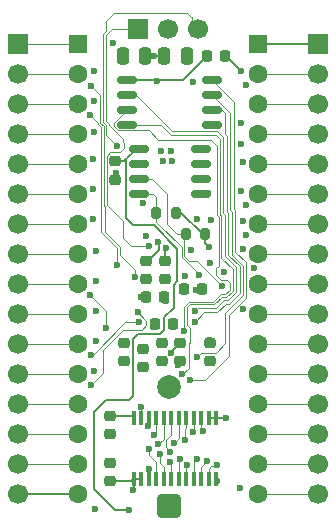
<source format=gbr>
%TF.GenerationSoftware,KiCad,Pcbnew,9.0.2-9.0.2-0~ubuntu22.04.1*%
%TF.CreationDate,2025-06-23T10:34:33-07:00*%
%TF.ProjectId,ds1486,64733134-3836-42e6-9b69-6361645f7063,rev?*%
%TF.SameCoordinates,Original*%
%TF.FileFunction,Copper,L4,Bot*%
%TF.FilePolarity,Positive*%
%FSLAX46Y46*%
G04 Gerber Fmt 4.6, Leading zero omitted, Abs format (unit mm)*
G04 Created by KiCad (PCBNEW 9.0.2-9.0.2-0~ubuntu22.04.1) date 2025-06-23 10:34:33*
%MOMM*%
%LPD*%
G01*
G04 APERTURE LIST*
G04 Aperture macros list*
%AMRoundRect*
0 Rectangle with rounded corners*
0 $1 Rounding radius*
0 $2 $3 $4 $5 $6 $7 $8 $9 X,Y pos of 4 corners*
0 Add a 4 corners polygon primitive as box body*
4,1,4,$2,$3,$4,$5,$6,$7,$8,$9,$2,$3,0*
0 Add four circle primitives for the rounded corners*
1,1,$1+$1,$2,$3*
1,1,$1+$1,$4,$5*
1,1,$1+$1,$6,$7*
1,1,$1+$1,$8,$9*
0 Add four rect primitives between the rounded corners*
20,1,$1+$1,$2,$3,$4,$5,0*
20,1,$1+$1,$4,$5,$6,$7,0*
20,1,$1+$1,$6,$7,$8,$9,0*
20,1,$1+$1,$8,$9,$2,$3,0*%
G04 Aperture macros list end*
%TA.AperFunction,SMDPad,CuDef*%
%ADD10RoundRect,0.225000X-0.250000X0.225000X-0.250000X-0.225000X0.250000X-0.225000X0.250000X0.225000X0*%
%TD*%
%TA.AperFunction,ComponentPad*%
%ADD11R,1.600000X1.600000*%
%TD*%
%TA.AperFunction,ComponentPad*%
%ADD12C,1.600000*%
%TD*%
%TA.AperFunction,ComponentPad*%
%ADD13R,1.700000X1.700000*%
%TD*%
%TA.AperFunction,ComponentPad*%
%ADD14C,1.700000*%
%TD*%
%TA.AperFunction,ComponentPad*%
%ADD15RoundRect,0.300000X-0.700000X-0.700000X0.700000X-0.700000X0.700000X0.700000X-0.700000X0.700000X0*%
%TD*%
%TA.AperFunction,ComponentPad*%
%ADD16C,2.000000*%
%TD*%
%TA.AperFunction,SMDPad,CuDef*%
%ADD17RoundRect,0.200000X-0.200000X-0.275000X0.200000X-0.275000X0.200000X0.275000X-0.200000X0.275000X0*%
%TD*%
%TA.AperFunction,SMDPad,CuDef*%
%ADD18RoundRect,0.225000X-0.225000X-0.250000X0.225000X-0.250000X0.225000X0.250000X-0.225000X0.250000X0*%
%TD*%
%TA.AperFunction,SMDPad,CuDef*%
%ADD19RoundRect,0.150000X0.675000X0.150000X-0.675000X0.150000X-0.675000X-0.150000X0.675000X-0.150000X0*%
%TD*%
%TA.AperFunction,SMDPad,CuDef*%
%ADD20RoundRect,0.250000X0.250000X0.475000X-0.250000X0.475000X-0.250000X-0.475000X0.250000X-0.475000X0*%
%TD*%
%TA.AperFunction,SMDPad,CuDef*%
%ADD21RoundRect,0.250000X-0.250000X-0.475000X0.250000X-0.475000X0.250000X0.475000X-0.250000X0.475000X0*%
%TD*%
%TA.AperFunction,SMDPad,CuDef*%
%ADD22RoundRect,0.225000X0.250000X-0.225000X0.250000X0.225000X-0.250000X0.225000X-0.250000X-0.225000X0*%
%TD*%
%TA.AperFunction,SMDPad,CuDef*%
%ADD23RoundRect,0.162500X0.650000X0.162500X-0.650000X0.162500X-0.650000X-0.162500X0.650000X-0.162500X0*%
%TD*%
%TA.AperFunction,SMDPad,CuDef*%
%ADD24RoundRect,0.225000X0.225000X0.250000X-0.225000X0.250000X-0.225000X-0.250000X0.225000X-0.250000X0*%
%TD*%
%TA.AperFunction,SMDPad,CuDef*%
%ADD25R,0.400000X1.200000*%
%TD*%
%TA.AperFunction,ViaPad*%
%ADD26C,0.600000*%
%TD*%
%TA.AperFunction,Conductor*%
%ADD27C,0.100000*%
%TD*%
%TA.AperFunction,Conductor*%
%ADD28C,0.200000*%
%TD*%
G04 APERTURE END LIST*
D10*
%TO.P,C20,1*%
%TO.N,/VRTC*%
X114900000Y-73400000D03*
%TO.P,C20,2*%
%TO.N,GND*%
X114900000Y-74950000D03*
%TD*%
D11*
%TO.P,J4,1,Pin_1*%
%TO.N,/INTB_*%
X111760000Y-63500000D03*
D12*
%TO.P,J4,2,Pin_2*%
%TO.N,/A16*%
X111760000Y-66040000D03*
%TO.P,J4,3,Pin_3*%
%TO.N,/A14*%
X111760000Y-68580000D03*
%TO.P,J4,4,Pin_4*%
%TO.N,/A12*%
X111760000Y-71120000D03*
%TO.P,J4,5,Pin_5*%
%TO.N,/A7*%
X111760000Y-73660000D03*
%TO.P,J4,6,Pin_6*%
%TO.N,/A6*%
X111760000Y-76200000D03*
%TO.P,J4,7,Pin_7*%
%TO.N,/A5*%
X111760000Y-78740000D03*
%TO.P,J4,8,Pin_8*%
%TO.N,/A4*%
X111760000Y-81280000D03*
%TO.P,J4,9,Pin_9*%
%TO.N,/A3*%
X111760000Y-83820000D03*
%TO.P,J4,10,Pin_10*%
%TO.N,/A2*%
X111760000Y-86360000D03*
%TO.P,J4,11,Pin_11*%
%TO.N,/A1*%
X111760000Y-88900000D03*
%TO.P,J4,12,Pin_12*%
%TO.N,/A0*%
X111760000Y-91440000D03*
%TO.P,J4,13,Pin_13*%
%TO.N,/DQ0*%
X111760000Y-93980000D03*
%TO.P,J4,14,Pin_14*%
%TO.N,/DQ1*%
X111760000Y-96520000D03*
%TO.P,J4,15,Pin_15*%
%TO.N,/DQ2*%
X111760000Y-99060000D03*
%TO.P,J4,16,Pin_16*%
%TO.N,GND*%
X111760000Y-101600000D03*
%TD*%
D13*
%TO.P,J3,1,Pin_1*%
%TO.N,+5V*%
X132080000Y-63500000D03*
D14*
%TO.P,J3,2,Pin_2*%
%TO.N,/A15*%
X132080000Y-66040000D03*
%TO.P,J3,3,Pin_3*%
%TO.N,/INTA_*%
X132080000Y-68580000D03*
%TO.P,J3,4,Pin_4*%
%TO.N,/WE_*%
X132080000Y-71120000D03*
%TO.P,J3,5,Pin_5*%
%TO.N,/A13*%
X132080000Y-73660000D03*
%TO.P,J3,6,Pin_6*%
%TO.N,/A8*%
X132080000Y-76200000D03*
%TO.P,J3,7,Pin_7*%
%TO.N,/A9*%
X132080000Y-78740000D03*
%TO.P,J3,8,Pin_8*%
%TO.N,/A11*%
X132080000Y-81280000D03*
%TO.P,J3,9,Pin_9*%
%TO.N,/OE_*%
X132080000Y-83820000D03*
%TO.P,J3,10,Pin_10*%
%TO.N,/A10*%
X132080000Y-86360000D03*
%TO.P,J3,11,Pin_11*%
%TO.N,/CE_*%
X132080000Y-88900000D03*
%TO.P,J3,12,Pin_12*%
%TO.N,/DQ7*%
X132080000Y-91440000D03*
%TO.P,J3,13,Pin_13*%
%TO.N,/DQ6*%
X132080000Y-93980000D03*
%TO.P,J3,14,Pin_14*%
%TO.N,/DQ5*%
X132080000Y-96520000D03*
%TO.P,J3,15,Pin_15*%
%TO.N,/DQ4*%
X132080000Y-99060000D03*
%TO.P,J3,16,Pin_16*%
%TO.N,/DQ3*%
X132080000Y-101600000D03*
%TD*%
D15*
%TO.P,BT1,1,+*%
%TO.N,+BATT*%
X119500000Y-102550000D03*
D16*
%TO.P,BT1,2,-*%
%TO.N,GND*%
X119500000Y-92550000D03*
%TD*%
D13*
%TO.P,J2,1,Pin_1*%
%TO.N,/INTB_*%
X106680000Y-63500000D03*
D14*
%TO.P,J2,2,Pin_2*%
%TO.N,/A16*%
X106680000Y-66040000D03*
%TO.P,J2,3,Pin_3*%
%TO.N,/A14*%
X106680000Y-68580000D03*
%TO.P,J2,4,Pin_4*%
%TO.N,/A12*%
X106680000Y-71120000D03*
%TO.P,J2,5,Pin_5*%
%TO.N,/A7*%
X106680000Y-73660000D03*
%TO.P,J2,6,Pin_6*%
%TO.N,/A6*%
X106680000Y-76200000D03*
%TO.P,J2,7,Pin_7*%
%TO.N,/A5*%
X106680000Y-78740000D03*
%TO.P,J2,8,Pin_8*%
%TO.N,/A4*%
X106680000Y-81280000D03*
%TO.P,J2,9,Pin_9*%
%TO.N,/A3*%
X106680000Y-83820000D03*
%TO.P,J2,10,Pin_10*%
%TO.N,/A2*%
X106680000Y-86360000D03*
%TO.P,J2,11,Pin_11*%
%TO.N,/A1*%
X106680000Y-88900000D03*
%TO.P,J2,12,Pin_12*%
%TO.N,/A0*%
X106680000Y-91440000D03*
%TO.P,J2,13,Pin_13*%
%TO.N,/DQ0*%
X106680000Y-93980000D03*
%TO.P,J2,14,Pin_14*%
%TO.N,/DQ1*%
X106680000Y-96520000D03*
%TO.P,J2,15,Pin_15*%
%TO.N,/DQ2*%
X106680000Y-99060000D03*
%TO.P,J2,16,Pin_16*%
%TO.N,GND*%
X106680000Y-101600000D03*
%TD*%
D11*
%TO.P,J5,1,Pin_1*%
%TO.N,+5V*%
X127000000Y-63500000D03*
D12*
%TO.P,J5,2,Pin_2*%
%TO.N,/A15*%
X127000000Y-66040000D03*
%TO.P,J5,3,Pin_3*%
%TO.N,/INTA_*%
X127000000Y-68580000D03*
%TO.P,J5,4,Pin_4*%
%TO.N,/WE_*%
X127000000Y-71120000D03*
%TO.P,J5,5,Pin_5*%
%TO.N,/A13*%
X127000000Y-73660000D03*
%TO.P,J5,6,Pin_6*%
%TO.N,/A8*%
X127000000Y-76200000D03*
%TO.P,J5,7,Pin_7*%
%TO.N,/A9*%
X127000000Y-78740000D03*
%TO.P,J5,8,Pin_8*%
%TO.N,/A11*%
X127000000Y-81280000D03*
%TO.P,J5,9,Pin_9*%
%TO.N,/OE_*%
X127000000Y-83820000D03*
%TO.P,J5,10,Pin_10*%
%TO.N,/A10*%
X127000000Y-86360000D03*
%TO.P,J5,11,Pin_11*%
%TO.N,/CE_*%
X127000000Y-88900000D03*
%TO.P,J5,12,Pin_12*%
%TO.N,/DQ7*%
X127000000Y-91440000D03*
%TO.P,J5,13,Pin_13*%
%TO.N,/DQ6*%
X127000000Y-93980000D03*
%TO.P,J5,14,Pin_14*%
%TO.N,/DQ5*%
X127000000Y-96520000D03*
%TO.P,J5,15,Pin_15*%
%TO.N,/DQ4*%
X127000000Y-99060000D03*
%TO.P,J5,16,Pin_16*%
%TO.N,/DQ3*%
X127000000Y-101600000D03*
%TD*%
D13*
%TO.P,J1,1,Pin_1*%
%TO.N,/SWCLK*%
X116870000Y-62200000D03*
D14*
%TO.P,J1,2,Pin_2*%
%TO.N,GND*%
X119410000Y-62200000D03*
%TO.P,J1,3,Pin_3*%
%TO.N,/SWD*%
X121950000Y-62200000D03*
%TD*%
D17*
%TO.P,R38,1*%
%TO.N,/SDA*%
X118400000Y-77750000D03*
%TO.P,R38,2*%
%TO.N,+3V3*%
X120050000Y-77750000D03*
%TD*%
D18*
%TO.P,C11,1*%
%TO.N,+3V3*%
X118250000Y-87200000D03*
%TO.P,C11,2*%
%TO.N,GND*%
X119800000Y-87200000D03*
%TD*%
D19*
%TO.P,U6,1,T1*%
%TO.N,unconnected-(U6-T1-Pad1)*%
X122200000Y-72340000D03*
%TO.P,U6,2,T2*%
%TO.N,unconnected-(U6-T2-Pad2)*%
X122200000Y-73610000D03*
%TO.P,U6,3,FOUT*%
%TO.N,unconnected-(U6-FOUT-Pad3)*%
X122200000Y-74880000D03*
%TO.P,U6,4,GND*%
%TO.N,GND*%
X122200000Y-76150000D03*
%TO.P,U6,5,SDA*%
%TO.N,/SDA*%
X116950000Y-76150000D03*
%TO.P,U6,6,SCL*%
%TO.N,/SCL*%
X116950000Y-74880000D03*
%TO.P,U6,7,T3*%
%TO.N,unconnected-(U6-T3-Pad7)*%
X116950000Y-73610000D03*
%TO.P,U6,8,VDD*%
%TO.N,/VRTC*%
X116950000Y-72340000D03*
%TD*%
D20*
%TO.P,C2,1*%
%TO.N,+3V3*%
X120950000Y-64450000D03*
%TO.P,C2,2*%
%TO.N,GND*%
X119050000Y-64450000D03*
%TD*%
D10*
%TO.P,C6,1*%
%TO.N,+3V3*%
X115650000Y-88800000D03*
%TO.P,C6,2*%
%TO.N,GND*%
X115650000Y-90350000D03*
%TD*%
D21*
%TO.P,C1,1*%
%TO.N,+5V*%
X115550000Y-64450000D03*
%TO.P,C1,2*%
%TO.N,GND*%
X117450000Y-64450000D03*
%TD*%
D22*
%TO.P,C16,1*%
%TO.N,+5V*%
X114450000Y-100500000D03*
%TO.P,C16,2*%
%TO.N,GND*%
X114450000Y-98950000D03*
%TD*%
D23*
%TO.P,U8,1,~{CS}*%
%TO.N,/QSPI_SS*%
X123100000Y-66490000D03*
%TO.P,U8,2,DO/IO_{1}*%
%TO.N,/QSPI_SD1*%
X123100000Y-67760000D03*
%TO.P,U8,3,~{WP}/IO_{2}*%
%TO.N,/QSPI_SD2*%
X123100000Y-69030000D03*
%TO.P,U8,4,GND*%
%TO.N,GND*%
X123100000Y-70300000D03*
%TO.P,U8,5,DI/IO_{0}*%
%TO.N,/QSPI_SD0*%
X115925000Y-70300000D03*
%TO.P,U8,6,CLK*%
%TO.N,/QSPI_SCLK*%
X115925000Y-69030000D03*
%TO.P,U8,7,~{HOLD}/~{RESET}/IO_{3}*%
%TO.N,/QSPI_SD3*%
X115925000Y-67760000D03*
%TO.P,U8,8,VCC*%
%TO.N,+3V3*%
X115925000Y-66490000D03*
%TD*%
D18*
%TO.P,C17,1*%
%TO.N,+3V3*%
X122650000Y-64500000D03*
%TO.P,C17,2*%
%TO.N,GND*%
X124200000Y-64500000D03*
%TD*%
D10*
%TO.P,C5,1*%
%TO.N,+3V3*%
X118850000Y-88800000D03*
%TO.P,C5,2*%
%TO.N,GND*%
X118850000Y-90350000D03*
%TD*%
%TO.P,C13,1*%
%TO.N,+1V1*%
X117550000Y-81850000D03*
%TO.P,C13,2*%
%TO.N,GND*%
X117550000Y-83400000D03*
%TD*%
%TO.P,C8,1*%
%TO.N,+3V3*%
X119100000Y-81850000D03*
%TO.P,C8,2*%
%TO.N,GND*%
X119100000Y-83400000D03*
%TD*%
%TO.P,C12,1*%
%TO.N,+1V1*%
X117294452Y-89300000D03*
%TO.P,C12,2*%
%TO.N,GND*%
X117294452Y-90850000D03*
%TD*%
D17*
%TO.P,R37,1*%
%TO.N,/SCL*%
X120900000Y-79600000D03*
%TO.P,R37,2*%
%TO.N,+3V3*%
X122550000Y-79600000D03*
%TD*%
D10*
%TO.P,C14,1*%
%TO.N,+1V1*%
X120400000Y-88800000D03*
%TO.P,C14,2*%
%TO.N,GND*%
X120400000Y-90350000D03*
%TD*%
D18*
%TO.P,C7,1*%
%TO.N,+3V3*%
X117500000Y-84900000D03*
%TO.P,C7,2*%
%TO.N,GND*%
X119050000Y-84900000D03*
%TD*%
D10*
%TO.P,C15,1*%
%TO.N,+3V3*%
X114450000Y-94950000D03*
%TO.P,C15,2*%
%TO.N,GND*%
X114450000Y-96500000D03*
%TD*%
%TO.P,C9,1*%
%TO.N,+3V3*%
X122900000Y-88800000D03*
%TO.P,C9,2*%
%TO.N,GND*%
X122900000Y-90350000D03*
%TD*%
D24*
%TO.P,C10,1*%
%TO.N,+3V3*%
X122275000Y-84250000D03*
%TO.P,C10,2*%
%TO.N,GND*%
X120725000Y-84250000D03*
%TD*%
D25*
%TO.P,U4,1,V_{CCA}*%
%TO.N,+3V3*%
X116457500Y-95100000D03*
%TO.P,U4,2,DIR*%
%TO.N,/D_DIR*%
X117092500Y-95100000D03*
%TO.P,U4,3,A1*%
%TO.N,/DQC0*%
X117727500Y-95100000D03*
%TO.P,U4,4,A2*%
%TO.N,/DQC1*%
X118362500Y-95100000D03*
%TO.P,U4,5,A3*%
%TO.N,/DQC2*%
X118997500Y-95100000D03*
%TO.P,U4,6,A4*%
%TO.N,/DQC7*%
X119632500Y-95100000D03*
%TO.P,U4,7,A5*%
%TO.N,/DQC6*%
X120267500Y-95100000D03*
%TO.P,U4,8,A6*%
%TO.N,/DQC5*%
X120902500Y-95100000D03*
%TO.P,U4,9,A7*%
%TO.N,/DQC4*%
X121537500Y-95100000D03*
%TO.P,U4,10,A8*%
%TO.N,/DQC3*%
X122172500Y-95100000D03*
%TO.P,U4,11,GND*%
%TO.N,GND*%
X122807500Y-95100000D03*
%TO.P,U4,12,GND*%
X123442500Y-95100000D03*
%TO.P,U4,13,GND*%
X123442500Y-100300000D03*
%TO.P,U4,14,B8*%
%TO.N,/DQ3*%
X122807500Y-100300000D03*
%TO.P,U4,15,B7*%
%TO.N,/DQ4*%
X122172500Y-100300000D03*
%TO.P,U4,16,B6*%
%TO.N,/DQ5*%
X121537500Y-100300000D03*
%TO.P,U4,17,B5*%
%TO.N,/DQ6*%
X120902500Y-100300000D03*
%TO.P,U4,18,B4*%
%TO.N,/DQ7*%
X120267500Y-100300000D03*
%TO.P,U4,19,B3*%
%TO.N,/DQ2*%
X119632500Y-100300000D03*
%TO.P,U4,20,B2*%
%TO.N,/DQ1*%
X118997500Y-100300000D03*
%TO.P,U4,21,B1*%
%TO.N,/DQ0*%
X118362500Y-100300000D03*
%TO.P,U4,22,~{OE}*%
%TO.N,GND*%
X117727500Y-100300000D03*
%TO.P,U4,23,V_{CCB}*%
%TO.N,+5V*%
X117092500Y-100300000D03*
%TO.P,U4,24,V_{CCB}*%
X116457500Y-100300000D03*
%TD*%
D26*
%TO.N,GND*%
X114975808Y-74400000D03*
X124119101Y-82749000D03*
%TO.N,/SCL*%
X123960388Y-83980000D03*
%TO.N,/DQ4*%
X122650000Y-98800000D03*
%TO.N,/DQ2*%
X119535773Y-98843299D03*
%TO.N,/DQ5*%
X121800000Y-98650000D03*
%TO.N,/DQ0*%
X117808155Y-97754616D03*
%TO.N,/DQ6*%
X121013222Y-99116861D03*
%TO.N,+5V*%
X116450000Y-101200000D03*
X115550000Y-64450000D03*
X125500000Y-101050000D03*
%TO.N,/DQ3*%
X123500000Y-99150000D03*
%TO.N,/DQ1*%
X118700000Y-98200000D03*
%TO.N,GND*%
X113086131Y-68327249D03*
X122752531Y-76100811D03*
X121833760Y-78250000D03*
X121514255Y-66668121D03*
X117550000Y-83450000D03*
X120260451Y-90643321D03*
X125550000Y-71950000D03*
X112997709Y-78284333D03*
X119200000Y-85250000D03*
X113069371Y-65780000D03*
X125700333Y-73438667D03*
X120875763Y-84299417D03*
X122900000Y-70300000D03*
X117300000Y-90900000D03*
X114550000Y-98950000D03*
X113029207Y-73230410D03*
X125550000Y-65750000D03*
X113245403Y-88630000D03*
X113114167Y-91124167D03*
X118200000Y-64450000D03*
X123507502Y-100470000D03*
X119731000Y-87013605D03*
X113250000Y-81030000D03*
X113253231Y-83550000D03*
X117727501Y-99453473D03*
X115800000Y-90400000D03*
X113093000Y-70884847D03*
X113022517Y-75721923D03*
X119100000Y-83350000D03*
X125735076Y-85944925D03*
X125685579Y-78432099D03*
X124264000Y-95112500D03*
X125740946Y-80792877D03*
X113251801Y-86080000D03*
X117225454Y-76950000D03*
X114550000Y-96550000D03*
X125550000Y-75950000D03*
X123156306Y-90277805D03*
X118850000Y-90350000D03*
%TO.N,/DQ7*%
X120362948Y-98569460D03*
%TO.N,/QSPI_SD2*%
X121650637Y-87010749D03*
%TO.N,/QSPI_SD1*%
X121806000Y-90000000D03*
%TO.N,/QSPI_SS*%
X121250000Y-91900000D03*
%TO.N,/QSPI_SD3*%
X121620450Y-86079270D03*
%TO.N,/QSPI_SD0*%
X120550000Y-91450000D03*
%TO.N,/QSPI_SCLK*%
X120690373Y-87800301D03*
%TO.N,+3V3*%
X119700000Y-73350000D03*
X122923172Y-88538386D03*
X119650000Y-72500000D03*
X115750000Y-88700000D03*
X117099998Y-84900000D03*
X118800000Y-88640282D03*
X119210027Y-80740517D03*
X114300000Y-94950000D03*
X120950000Y-64450000D03*
X113200000Y-102800000D03*
X118450000Y-66600000D03*
X118150000Y-87400000D03*
X122880000Y-80618108D03*
X117500000Y-79700000D03*
X118816767Y-72533239D03*
X118925000Y-73375000D03*
X121725731Y-84306978D03*
%TO.N,/DQC0*%
X117679727Y-95837811D03*
%TO.N,/DQC2*%
X118550000Y-97350000D03*
%TO.N,/DQC1*%
X118156495Y-96541513D03*
%TO.N,/AC0*%
X112850000Y-92350000D03*
X116797784Y-86138247D03*
%TO.N,/AC1*%
X112850000Y-89800000D03*
X116900000Y-87050000D03*
%TO.N,/AC3*%
X114150000Y-87500000D03*
X112800000Y-84700000D03*
%TO.N,/AC15*%
X114752142Y-63385667D03*
X125975000Y-66975000D03*
%TO.N,/AC14*%
X112750000Y-69500000D03*
X115100000Y-82150000D03*
%TO.N,/AC11*%
X126681101Y-82455924D03*
X120800000Y-83149998D03*
%TO.N,/AC10*%
X122950000Y-82000000D03*
X121329649Y-80893311D03*
%TO.N,/AC9*%
X125950000Y-79650000D03*
X123000000Y-78400000D03*
%TO.N,/AC8*%
X125550000Y-70150000D03*
X125965000Y-77135000D03*
%TO.N,/AC16*%
X116569019Y-83233262D03*
X112850000Y-67000000D03*
%TO.N,/DQC4*%
X121500000Y-96350000D03*
%TO.N,/DQC5*%
X120850000Y-97000000D03*
%TO.N,/DQC7*%
X119544867Y-97993346D03*
%TO.N,/DQC3*%
X122350000Y-96200000D03*
%TO.N,/DQC6*%
X119850000Y-97250000D03*
%TO.N,/SWD*%
X115050000Y-72100000D03*
%TO.N,/SWCLK*%
X117725134Y-80564606D03*
%TO.N,/SDA*%
X121966092Y-83049999D03*
%TO.N,/VRTC*%
X116050000Y-102950000D03*
%TO.N,+1V1*%
X118519816Y-80244420D03*
X119624999Y-89618708D03*
X117405037Y-89504205D03*
%TO.N,/D_DIR*%
X117100000Y-94200000D03*
%TD*%
D27*
%TO.N,/SWCLK*%
X114174000Y-76474000D02*
X114200000Y-76500000D01*
X114200000Y-76500000D02*
X114200000Y-77094975D01*
D28*
%TO.N,/VRTC*%
X116711414Y-72340000D02*
X115925707Y-73125707D01*
X115824000Y-74539032D02*
X115824000Y-73227414D01*
X115824000Y-73227414D02*
X115925707Y-73125707D01*
X113100000Y-94650000D02*
X113100000Y-101150000D01*
X119049000Y-86601000D02*
X119049000Y-87674110D01*
X116400000Y-78800000D02*
X118149613Y-78800000D01*
X116100000Y-93600000D02*
X114150000Y-93600000D01*
X119049000Y-87674110D02*
X118722110Y-88001000D01*
X116450000Y-88424890D02*
X116450000Y-93250000D01*
X117951000Y-88049000D02*
X116825890Y-88049000D01*
X120150000Y-83575110D02*
X119850000Y-83875110D01*
X118722110Y-88001000D02*
X117999000Y-88001000D01*
X113100000Y-101150000D02*
X114900000Y-102950000D01*
X120150000Y-80800387D02*
X120150000Y-83575110D01*
X116825890Y-88049000D02*
X116450000Y-88424890D01*
X116450000Y-93250000D02*
X116100000Y-93600000D01*
X115824000Y-78224000D02*
X116400000Y-78800000D01*
X119850000Y-83875110D02*
X119850000Y-85800000D01*
X114900000Y-102950000D02*
X116050000Y-102950000D01*
X115824000Y-74539032D02*
X115824000Y-78224000D01*
X119850000Y-85800000D02*
X119049000Y-86601000D01*
X114150000Y-93600000D02*
X113100000Y-94650000D01*
X118149613Y-78800000D02*
X120150000Y-80800387D01*
X117999000Y-88001000D02*
X117951000Y-88049000D01*
%TO.N,GND*%
X114900000Y-74950000D02*
X114900000Y-74475808D01*
X114900000Y-74475808D02*
X114975808Y-74400000D01*
%TO.N,/VRTC*%
X114900000Y-73400000D02*
X115650000Y-73400000D01*
D27*
%TO.N,/AC16*%
X113926999Y-70419051D02*
X113646000Y-70138052D01*
X114076999Y-77254817D02*
X113927000Y-77104818D01*
X113927000Y-77104818D02*
X113926999Y-70419051D01*
%TO.N,/SWCLK*%
X114400000Y-70357798D02*
X114400000Y-70250000D01*
%TO.N,/AC16*%
X113646000Y-70138052D02*
X113646000Y-67796000D01*
X114076999Y-79405973D02*
X114076999Y-77254817D01*
%TO.N,/SWCLK*%
X115278232Y-72651000D02*
X115630833Y-72298399D01*
%TO.N,/AC16*%
X116569019Y-82569019D02*
X115327000Y-81327000D01*
%TO.N,/SWCLK*%
X117725134Y-80564606D02*
X116214606Y-80564606D01*
X116214606Y-80564606D02*
X115550000Y-79900000D01*
%TO.N,/AC16*%
X115327000Y-81327000D02*
X115326999Y-80655973D01*
X115326999Y-80655973D02*
X114076999Y-79405973D01*
X116569019Y-83233262D02*
X116569019Y-82569019D01*
X113646000Y-67796000D02*
X112850000Y-67000000D01*
%TO.N,/SWCLK*%
X115550000Y-79900000D02*
X115550000Y-78444974D01*
X115550000Y-78444974D02*
X114200000Y-77094975D01*
X114100000Y-69950000D02*
X114100000Y-62750000D01*
X115550000Y-71507798D02*
X114400000Y-70357798D01*
X114400000Y-70250000D02*
X114100000Y-69950000D01*
X114174000Y-72971600D02*
X114494600Y-72651000D01*
X114494600Y-72651000D02*
X115278232Y-72651000D01*
X114650000Y-62200000D02*
X116870000Y-62200000D01*
X115630833Y-72298399D02*
X115630833Y-71869167D01*
X115630833Y-71869167D02*
X115550000Y-71788334D01*
X115550000Y-71788334D02*
X115550000Y-71507798D01*
X114100000Y-62750000D02*
X114650000Y-62200000D01*
%TO.N,/QSPI_SD3*%
X123550264Y-70876000D02*
X122274220Y-70876000D01*
X122274220Y-70876000D02*
X122248220Y-70850000D01*
%TO.N,/QSPI_SD0*%
X123310513Y-85510513D02*
X123961026Y-84860000D01*
%TO.N,/QSPI_SD1*%
X124200000Y-86260516D02*
X125742387Y-84718129D01*
%TO.N,/QSPI_SD0*%
X123880000Y-78035491D02*
X123750000Y-77905492D01*
%TO.N,/QSPI_SCLK*%
X114800000Y-70435358D02*
X115140642Y-70776000D01*
%TO.N,/QSPI_SS*%
X125081998Y-81050346D02*
X125949000Y-81917348D01*
%TO.N,/SCL*%
X120719999Y-81422758D02*
X121118333Y-81821092D01*
%TO.N,/QSPI_SCLK*%
X118550000Y-71600000D02*
X123000000Y-71600000D01*
%TO.N,/QSPI_SD2*%
X124352000Y-75400000D02*
X124352000Y-77656136D01*
%TO.N,/QSPI_SD0*%
X123961026Y-84860000D02*
X124324897Y-84860000D01*
%TO.N,/QSPI_SD1*%
X124621545Y-75103859D02*
X124621545Y-69281545D01*
%TO.N,/QSPI_SD3*%
X125099101Y-84510060D02*
X125099101Y-82343070D01*
%TO.N,/QSPI_SCLK*%
X117726000Y-70776000D02*
X118550000Y-71600000D01*
X124371054Y-83429000D02*
X124640388Y-83698334D01*
%TO.N,/QSPI_SD1*%
X122206000Y-89600000D02*
X123400000Y-89600000D01*
%TO.N,/QSPI_SD2*%
X124288000Y-85462000D02*
X123550000Y-86200000D01*
%TO.N,/QSPI_SD1*%
X124781998Y-81296999D02*
X124781998Y-77661869D01*
%TO.N,/QSPI_SD0*%
X118750000Y-70300000D02*
X115925000Y-70300000D01*
%TO.N,/QSPI_SD1*%
X123400000Y-89600000D02*
X124200000Y-88800000D01*
%TO.N,/QSPI_SD0*%
X123400000Y-71150000D02*
X119600000Y-71150000D01*
X124324897Y-84860000D02*
X124840388Y-84344508D01*
X120979862Y-87283639D02*
X120979862Y-85758192D01*
%TO.N,/QSPI_SD3*%
X119724264Y-70850000D02*
X116309264Y-67435000D01*
%TO.N,/QSPI_SCLK*%
X120702019Y-85715009D02*
X120702019Y-87788655D01*
%TO.N,/QSPI_SS*%
X124500000Y-89904400D02*
X122504400Y-91900000D01*
%TO.N,/QSPI_SD3*%
X124085290Y-85160000D02*
X124449161Y-85160000D01*
%TO.N,/QSPI_SD2*%
X124352000Y-77656136D02*
X124481999Y-77786134D01*
%TO.N,/QSPI_SCLK*%
X123680000Y-82226435D02*
X123439101Y-82467334D01*
%TO.N,/QSPI_SD2*%
X124163500Y-71062144D02*
X124352000Y-71250644D01*
%TO.N,/QSPI_SD1*%
X125742387Y-82257388D02*
X124781998Y-81296999D01*
%TO.N,/QSPI_SD0*%
X120550000Y-91450000D02*
X121126000Y-90874000D01*
X121250000Y-87553777D02*
X120979862Y-87283639D01*
X121250000Y-88726000D02*
X121250000Y-87553777D01*
%TO.N,/SCL*%
X120719999Y-79780001D02*
X120719999Y-81422758D01*
%TO.N,/QSPI_SCLK*%
X123000000Y-71600000D02*
X123500000Y-72100000D01*
%TO.N,/QSPI_SD1*%
X124621545Y-69281545D02*
X123100000Y-67760000D01*
%TO.N,/QSPI_SCLK*%
X123439101Y-82467334D02*
X123439101Y-83030666D01*
%TO.N,/QSPI_SS*%
X123100000Y-66490000D02*
X124952000Y-68342000D01*
%TO.N,/QSPI_SD3*%
X123434777Y-85810513D02*
X124085290Y-85160000D01*
%TO.N,/QSPI_SD1*%
X124200000Y-88800000D02*
X124200000Y-86260516D01*
%TO.N,/QSPI_SD3*%
X116309264Y-67435000D02*
X116250000Y-67435000D01*
%TO.N,/QSPI_SD2*%
X123912499Y-69030000D02*
X124163500Y-69281001D01*
%TO.N,/QSPI_SCLK*%
X121133514Y-85283514D02*
X120702019Y-85715009D01*
%TO.N,/QSPI_SS*%
X124500000Y-86384781D02*
X124500000Y-89904400D01*
%TO.N,/QSPI_SD3*%
X124050000Y-77781228D02*
X124050000Y-71375736D01*
%TO.N,/QSPI_SCLK*%
X124242054Y-84660000D02*
X123840000Y-84660000D01*
X123500000Y-72100000D02*
X123500000Y-77938334D01*
%TO.N,/SCL*%
X120900000Y-79600000D02*
X120719999Y-79780001D01*
%TO.N,/QSPI_SD2*%
X124481999Y-77786134D02*
X124481999Y-81298876D01*
%TO.N,/QSPI_SD0*%
X124840388Y-84344508D02*
X124840388Y-82508621D01*
%TO.N,/QSPI_SCLK*%
X115140642Y-70776000D02*
X117726000Y-70776000D01*
%TO.N,/QSPI_SD2*%
X123100000Y-69030000D02*
X123912499Y-69030000D01*
%TO.N,/QSPI_SD3*%
X125099101Y-82343070D02*
X124179999Y-81423968D01*
%TO.N,/QSPI_SD1*%
X124781998Y-77661869D02*
X124652000Y-77531871D01*
%TO.N,/QSPI_SD2*%
X125442387Y-82259264D02*
X125442387Y-84593865D01*
%TO.N,/QSPI_SD0*%
X123880000Y-81548233D02*
X123880000Y-78035491D01*
X123750000Y-71500000D02*
X123400000Y-71150000D01*
%TO.N,/QSPI_SD2*%
X125442387Y-84593865D02*
X124574253Y-85462000D01*
%TO.N,/QSPI_SD0*%
X121126000Y-88850000D02*
X121250000Y-88726000D01*
%TO.N,/QSPI_SD2*%
X122461386Y-86200000D02*
X121650637Y-87010749D01*
%TO.N,/QSPI_SD0*%
X121227540Y-85510514D02*
X123310513Y-85510513D01*
%TO.N,/QSPI_SCLK*%
X123439101Y-83030666D02*
X123837435Y-83429000D01*
%TO.N,/QSPI_SD1*%
X124652000Y-77531871D02*
X124652000Y-75134315D01*
%TO.N,/QSPI_SCLK*%
X123216486Y-85283514D02*
X121133514Y-85283514D01*
X114800000Y-70155000D02*
X114800000Y-70435358D01*
%TO.N,/QSPI_SD2*%
X124574253Y-85462000D02*
X124288000Y-85462000D01*
%TO.N,/QSPI_SD3*%
X121889207Y-85810513D02*
X123434777Y-85810513D01*
%TO.N,/QSPI_SS*%
X124952000Y-68342000D02*
X124952000Y-77407607D01*
%TO.N,/QSPI_SCLK*%
X124640388Y-84261666D02*
X124242054Y-84660000D01*
%TO.N,/QSPI_SD0*%
X124840388Y-82508621D02*
X123880000Y-81548233D01*
%TO.N,/QSPI_SCLK*%
X115925000Y-69030000D02*
X114800000Y-70155000D01*
%TO.N,/QSPI_SD3*%
X124449161Y-85160000D02*
X125099101Y-84510060D01*
X121620450Y-86079270D02*
X121889207Y-85810513D01*
%TO.N,/QSPI_SD0*%
X119600000Y-71150000D02*
X118750000Y-70300000D01*
%TO.N,/SCL*%
X121118333Y-81821092D02*
X121801480Y-81821092D01*
%TO.N,/QSPI_SD0*%
X120979862Y-85758192D02*
X121227540Y-85510514D01*
%TO.N,/QSPI_SS*%
X125081998Y-77537605D02*
X125081998Y-81050346D01*
%TO.N,/QSPI_SD3*%
X116250000Y-67435000D02*
X115925000Y-67760000D01*
%TO.N,/QSPI_SD1*%
X124652000Y-75134315D02*
X124621545Y-75103859D01*
%TO.N,/QSPI_SD2*%
X124163500Y-69281001D02*
X124163500Y-71062144D01*
%TO.N,/QSPI_SD3*%
X124050000Y-71375736D02*
X123550264Y-70876000D01*
%TO.N,/QSPI_SD2*%
X123550000Y-86200000D02*
X122461386Y-86200000D01*
%TO.N,/SCL*%
X121801480Y-81821092D02*
X123960388Y-83980000D01*
%TO.N,/QSPI_SD2*%
X124352000Y-71250644D02*
X124352000Y-75350000D01*
%TO.N,/QSPI_SS*%
X125949000Y-84935781D02*
X124500000Y-86384781D01*
%TO.N,/QSPI_SCLK*%
X123680000Y-78118334D02*
X123680000Y-82226435D01*
%TO.N,/QSPI_SD1*%
X121806000Y-90000000D02*
X122206000Y-89600000D01*
%TO.N,/QSPI_SS*%
X124952000Y-77407607D02*
X125081998Y-77537605D01*
%TO.N,/QSPI_SD1*%
X125742387Y-84718129D02*
X125742387Y-82257388D01*
%TO.N,/QSPI_SD0*%
X123750000Y-77905492D02*
X123750000Y-71500000D01*
X121126000Y-90874000D02*
X121126000Y-88850000D01*
%TO.N,/QSPI_SCLK*%
X123500000Y-77938334D02*
X123680000Y-78118334D01*
%TO.N,/QSPI_SS*%
X125949000Y-81917348D02*
X125949000Y-84935781D01*
%TO.N,/QSPI_SD3*%
X124179999Y-81423968D02*
X124179999Y-77911226D01*
%TO.N,/QSPI_SCLK*%
X123840000Y-84660000D02*
X123216486Y-85283514D01*
X123837435Y-83429000D02*
X124371054Y-83429000D01*
X124640388Y-83698334D02*
X124640388Y-84261666D01*
%TO.N,/QSPI_SD3*%
X122248220Y-70850000D02*
X119724264Y-70850000D01*
X124179999Y-77911226D02*
X124050000Y-77781228D01*
%TO.N,/QSPI_SD2*%
X124481999Y-81298876D02*
X125442387Y-82259264D01*
%TO.N,/QSPI_SS*%
X122504400Y-91900000D02*
X121250000Y-91900000D01*
%TO.N,/QSPI_SCLK*%
X120702019Y-87788655D02*
X120690373Y-87800301D01*
D28*
%TO.N,+3V3*%
X122550000Y-79600000D02*
X122550000Y-80288108D01*
X122550000Y-80288108D02*
X122880000Y-80618108D01*
D27*
%TO.N,/A13*%
X132080000Y-73660000D02*
X127000000Y-73660000D01*
%TO.N,/A3*%
X111760000Y-83820000D02*
X106680000Y-83820000D01*
%TO.N,/A4*%
X106680000Y-81280000D02*
X111760000Y-81280000D01*
%TO.N,/A7*%
X111760000Y-73660000D02*
X106680000Y-73660000D01*
%TO.N,/A8*%
X132080000Y-76200000D02*
X127000000Y-76200000D01*
%TO.N,/A14*%
X111760000Y-68580000D02*
X106680000Y-68580000D01*
%TO.N,/DQ4*%
X122172500Y-99277500D02*
X122650000Y-98800000D01*
X122422722Y-98800000D02*
X122650000Y-98800000D01*
X132080000Y-99060000D02*
X127000000Y-99060000D01*
X122172500Y-100300000D02*
X122172500Y-99277500D01*
%TO.N,/DQ2*%
X111760000Y-99060000D02*
X106680000Y-99060000D01*
X119632500Y-98940026D02*
X119535773Y-98843299D01*
X119632500Y-100300000D02*
X119632500Y-98940026D01*
%TO.N,/INTB_*%
X111760000Y-63500000D02*
X106680000Y-63500000D01*
%TO.N,/A5*%
X111760000Y-78740000D02*
X106680000Y-78740000D01*
%TO.N,/WE_*%
X127000000Y-71120000D02*
X132080000Y-71120000D01*
%TO.N,/A11*%
X132080000Y-81280000D02*
X127000000Y-81280000D01*
%TO.N,/DQ5*%
X127000000Y-96520000D02*
X132080000Y-96520000D01*
X121612487Y-99494050D02*
X121612487Y-98837513D01*
X121537500Y-99569037D02*
X121537500Y-100300000D01*
X121612487Y-99494050D02*
X121537500Y-99569037D01*
X121612487Y-98837513D02*
X121800000Y-98650000D01*
%TO.N,/A15*%
X127000000Y-66040000D02*
X132080000Y-66040000D01*
%TO.N,/A16*%
X106680000Y-66040000D02*
X111760000Y-66040000D01*
%TO.N,/DQ0*%
X117808155Y-98269821D02*
X117808155Y-97754616D01*
X118362500Y-98824166D02*
X117808155Y-98269821D01*
X111760000Y-93980000D02*
X106680000Y-93980000D01*
X118362500Y-100300000D02*
X118362500Y-98824166D01*
%TO.N,/DQ6*%
X120902500Y-100300000D02*
X120902500Y-99227583D01*
X120902500Y-99227583D02*
X121013222Y-99116861D01*
X132080000Y-93980000D02*
X127000000Y-93980000D01*
%TO.N,/A12*%
X106680000Y-71120000D02*
X111760000Y-71120000D01*
%TO.N,/CE_*%
X127000000Y-88900000D02*
X132080000Y-88900000D01*
D28*
%TO.N,+5V*%
X116457500Y-100300000D02*
X116457500Y-101192500D01*
X116457500Y-100300000D02*
X117092500Y-100300000D01*
X116457500Y-101192500D02*
X116450000Y-101200000D01*
X127000000Y-63500000D02*
X132080000Y-63500000D01*
X114450000Y-100500000D02*
X116257500Y-100500000D01*
X116257500Y-100500000D02*
X116457500Y-100300000D01*
D27*
%TO.N,/DQ3*%
X127000000Y-101600000D02*
X132080000Y-101600000D01*
X122807500Y-99433598D02*
X122807500Y-100300000D01*
X123429451Y-99220549D02*
X123500000Y-99150000D01*
X122807500Y-99433598D02*
X123020549Y-99220549D01*
X123020549Y-99220549D02*
X123429451Y-99220549D01*
%TO.N,/A10*%
X132080000Y-86360000D02*
X127000000Y-86360000D01*
%TO.N,/A1*%
X111760000Y-88900000D02*
X106680000Y-88900000D01*
%TO.N,/INTA_*%
X127000000Y-68580000D02*
X132080000Y-68580000D01*
%TO.N,/OE_*%
X127000000Y-83820000D02*
X132080000Y-83820000D01*
%TO.N,/DQ1*%
X118997500Y-99250000D02*
X118997500Y-100300000D01*
X118700000Y-98952500D02*
X118700000Y-98200000D01*
X118997500Y-99250000D02*
X118700000Y-98952500D01*
X106680000Y-96520000D02*
X111760000Y-96520000D01*
%TO.N,/A2*%
X106680000Y-86360000D02*
X111760000Y-86360000D01*
D28*
%TO.N,GND*%
X117550000Y-83400000D02*
X117550000Y-83450000D01*
X117727500Y-100300000D02*
X117727501Y-99453473D01*
X120260451Y-90489549D02*
X120260451Y-90643321D01*
X120876346Y-84300000D02*
X120875763Y-84299417D01*
X123442500Y-95100000D02*
X122807500Y-95100000D01*
X122972195Y-90277805D02*
X123156306Y-90277805D01*
X119100000Y-83400000D02*
X119100000Y-83350000D01*
X119050000Y-64450000D02*
X118200000Y-64450000D01*
X117294452Y-90850000D02*
X117294452Y-90894452D01*
X119050000Y-84900000D02*
X119050000Y-85100000D01*
X119800000Y-87200000D02*
X119731000Y-87131000D01*
X123442500Y-100300000D02*
X123442500Y-100404998D01*
X124251500Y-95100000D02*
X124264000Y-95112500D01*
X121050000Y-84300000D02*
X120876346Y-84300000D01*
X124200000Y-64500000D02*
X124300000Y-64500000D01*
X114450000Y-96500000D02*
X114500000Y-96500000D01*
X120826346Y-84250000D02*
X120875763Y-84299417D01*
X122200000Y-76150000D02*
X122703342Y-76150000D01*
X119050000Y-85100000D02*
X119200000Y-85250000D01*
X120400000Y-90350000D02*
X120260451Y-90489549D01*
X115750000Y-90350000D02*
X115800000Y-90400000D01*
X119731000Y-87131000D02*
X119731000Y-87013605D01*
X123442500Y-95100000D02*
X124251500Y-95100000D01*
X120725000Y-84250000D02*
X120826346Y-84250000D01*
X106680000Y-101600000D02*
X111760000Y-101600000D01*
X122900000Y-90350000D02*
X122972195Y-90277805D01*
X114500000Y-96500000D02*
X114550000Y-96550000D01*
X120865361Y-84224012D02*
X120875763Y-84234414D01*
X123100000Y-70300000D02*
X122900000Y-70300000D01*
X117450000Y-64450000D02*
X118200000Y-64450000D01*
X114450000Y-98950000D02*
X114550000Y-98950000D01*
X124300000Y-64500000D02*
X125550000Y-65750000D01*
X120875763Y-84234414D02*
X120875763Y-84299417D01*
X117294452Y-90894452D02*
X117300000Y-90900000D01*
X122703342Y-76150000D02*
X122752531Y-76100811D01*
X123442500Y-100404998D02*
X123507502Y-100470000D01*
D27*
%TO.N,/A0*%
X111760000Y-91440000D02*
X106680000Y-91440000D01*
%TO.N,/A9*%
X132080000Y-78740000D02*
X127000000Y-78740000D01*
%TO.N,/A6*%
X106680000Y-76200000D02*
X111760000Y-76200000D01*
%TO.N,/DQ7*%
X120267500Y-98664908D02*
X120362948Y-98569460D01*
X120267500Y-100300000D02*
X120267500Y-98664908D01*
X127000000Y-91440000D02*
X132080000Y-91440000D01*
D28*
%TO.N,+3V3*%
X118340000Y-66490000D02*
X118450000Y-66600000D01*
X115925000Y-66490000D02*
X118340000Y-66490000D01*
X120660000Y-66490000D02*
X122650000Y-64500000D01*
X114450000Y-94950000D02*
X116307500Y-94950000D01*
X116307500Y-94950000D02*
X116457500Y-95100000D01*
X119100000Y-80850544D02*
X119210027Y-80740517D01*
X120050000Y-77750000D02*
X120450000Y-77750000D01*
X119100000Y-81850000D02*
X119100000Y-80850544D01*
X120450000Y-77750000D02*
X122300000Y-79600000D01*
X122300000Y-79600000D02*
X122550000Y-79600000D01*
X114450000Y-94950000D02*
X114300000Y-94950000D01*
X118250000Y-87300000D02*
X118150000Y-87400000D01*
X115925000Y-66490000D02*
X120660000Y-66490000D01*
D27*
%TO.N,/DQC0*%
X117727500Y-95100000D02*
X117727500Y-95790038D01*
X117727500Y-95790038D02*
X117679727Y-95837811D01*
%TO.N,/DQC2*%
X118997500Y-96902500D02*
X118550000Y-97350000D01*
X118997500Y-95100000D02*
X118997500Y-96902500D01*
%TO.N,/DQC1*%
X118362500Y-96335508D02*
X118156495Y-96541513D01*
X118362500Y-95100000D02*
X118362500Y-96335508D01*
%TO.N,/AC0*%
X117549000Y-86889463D02*
X116797784Y-86138247D01*
X113850000Y-89400000D02*
X115550000Y-87700000D01*
X117549000Y-87301000D02*
X117549000Y-86889463D01*
X115550000Y-87700000D02*
X116679915Y-87700000D01*
X113850000Y-91350000D02*
X113850000Y-89400000D01*
X112850000Y-92350000D02*
X113850000Y-91350000D01*
X116679915Y-87700000D02*
X116680916Y-87699000D01*
X116680916Y-87699000D02*
X117151000Y-87699000D01*
X117151000Y-87699000D02*
X117549000Y-87301000D01*
%TO.N,/AC1*%
X116900000Y-87050000D02*
X115750000Y-87050000D01*
X115750000Y-87050000D02*
X113000000Y-89800000D01*
X113000000Y-89800000D02*
X112850000Y-89800000D01*
%TO.N,/AC3*%
X114150000Y-86050000D02*
X112800000Y-84700000D01*
X114150000Y-87500000D02*
X114150000Y-86050000D01*
%TO.N,/AC14*%
X115100000Y-80750000D02*
X113700000Y-79350000D01*
X113700000Y-79350000D02*
X113700000Y-70513078D01*
X113700000Y-70513078D02*
X113419000Y-70232078D01*
X115100000Y-82150000D02*
X115100000Y-80750000D01*
X113419001Y-70169001D02*
X112750000Y-69500000D01*
X113419000Y-70232078D02*
X113419001Y-70169001D01*
%TO.N,/DQC4*%
X121537500Y-95100000D02*
X121537500Y-96312500D01*
X121537500Y-96312500D02*
X121500000Y-96350000D01*
%TO.N,/DQC5*%
X120902500Y-95100000D02*
X120850000Y-97000000D01*
X120850000Y-97000000D02*
X120900000Y-96800000D01*
%TO.N,/DQC7*%
X119632500Y-95100000D02*
X119632500Y-96550342D01*
X119170000Y-97618479D02*
X119544867Y-97993346D01*
X119170000Y-97012843D02*
X119170000Y-97618479D01*
X119632500Y-96550342D02*
X119170000Y-97012843D01*
%TO.N,/DQC3*%
X122172500Y-96022500D02*
X122350000Y-96200000D01*
X122149362Y-95123138D02*
X122172500Y-95100000D01*
X122172500Y-95100000D02*
X122172500Y-96022500D01*
%TO.N,/DQC6*%
X119850000Y-97250000D02*
X120267500Y-96832500D01*
X120267500Y-96832500D02*
X120267500Y-95100000D01*
%TO.N,/SWD*%
X113873000Y-70044026D02*
X113873000Y-62655974D01*
X115050000Y-72100000D02*
X114153999Y-71203999D01*
X121000000Y-60850000D02*
X121350000Y-61200000D01*
X121350000Y-61200000D02*
X121450000Y-61200000D01*
X121450000Y-61700000D02*
X121950000Y-62200000D01*
X114153999Y-70325025D02*
X113873000Y-70044026D01*
X121450000Y-61200000D02*
X121450000Y-61700000D01*
X114153999Y-71203999D02*
X114153999Y-70325025D01*
X114800000Y-60850000D02*
X121000000Y-60850000D01*
X113873000Y-62655974D02*
X114150000Y-62378974D01*
X114150000Y-62378974D02*
X114150000Y-61500000D01*
X114150000Y-61500000D02*
X114800000Y-60850000D01*
%TO.N,/SDA*%
X118400000Y-78553998D02*
X118548001Y-78701999D01*
X118100000Y-78200000D02*
X118400000Y-78200000D01*
X118548001Y-78701999D02*
X120519999Y-80673998D01*
X120519999Y-81505600D02*
X121966092Y-82951693D01*
X118100000Y-76150000D02*
X116950000Y-76150000D01*
X118400000Y-76450000D02*
X118100000Y-76150000D01*
X120519999Y-80673998D02*
X120519999Y-81505600D01*
X121966092Y-82951693D02*
X121966092Y-83049999D01*
X118400000Y-77750000D02*
X118400000Y-76450000D01*
X118050000Y-78150000D02*
X118100000Y-78200000D01*
X118400000Y-77750000D02*
X118400000Y-78553998D01*
%TO.N,/SCL*%
X118050000Y-74880000D02*
X116950000Y-74880000D01*
X119300000Y-76130000D02*
X119300000Y-78750000D01*
X119300000Y-78750000D02*
X120150000Y-79600000D01*
X118050000Y-74880000D02*
X119300000Y-76130000D01*
X120150000Y-79600000D02*
X120900000Y-79600000D01*
D28*
%TO.N,/VRTC*%
X115651414Y-73400000D02*
X115650000Y-73400000D01*
X115925707Y-73125707D02*
X115651414Y-73400000D01*
X116950000Y-72340000D02*
X116711414Y-72340000D01*
%TO.N,+1V1*%
X117687520Y-81850000D02*
X117550000Y-81850000D01*
X119624999Y-89575001D02*
X120400000Y-88800000D01*
X118596048Y-80941472D02*
X118596048Y-80320652D01*
X118596048Y-80320652D02*
X118519816Y-80244420D01*
X119624999Y-89618708D02*
X119624999Y-89575001D01*
X118596048Y-80941472D02*
X117687520Y-81850000D01*
D27*
%TO.N,/D_DIR*%
X117092500Y-95100000D02*
X117092500Y-94207500D01*
X117092500Y-94207500D02*
X117100000Y-94200000D01*
%TO.N,/SWCLK*%
X114174000Y-76474000D02*
X114174000Y-72971600D01*
%TD*%
M02*

</source>
